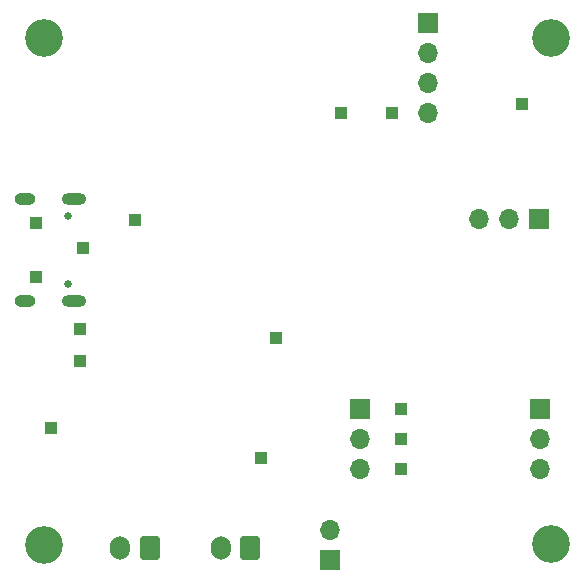
<source format=gbr>
%TF.GenerationSoftware,KiCad,Pcbnew,8.0.1*%
%TF.CreationDate,2024-04-17T00:31:54+12:00*%
%TF.ProjectId,50x50 2 Layer,35307835-3020-4322-904c-617965722e6b,B*%
%TF.SameCoordinates,Original*%
%TF.FileFunction,Soldermask,Bot*%
%TF.FilePolarity,Negative*%
%FSLAX46Y46*%
G04 Gerber Fmt 4.6, Leading zero omitted, Abs format (unit mm)*
G04 Created by KiCad (PCBNEW 8.0.1) date 2024-04-17 00:31:54*
%MOMM*%
%LPD*%
G01*
G04 APERTURE LIST*
G04 Aperture macros list*
%AMRoundRect*
0 Rectangle with rounded corners*
0 $1 Rounding radius*
0 $2 $3 $4 $5 $6 $7 $8 $9 X,Y pos of 4 corners*
0 Add a 4 corners polygon primitive as box body*
4,1,4,$2,$3,$4,$5,$6,$7,$8,$9,$2,$3,0*
0 Add four circle primitives for the rounded corners*
1,1,$1+$1,$2,$3*
1,1,$1+$1,$4,$5*
1,1,$1+$1,$6,$7*
1,1,$1+$1,$8,$9*
0 Add four rect primitives between the rounded corners*
20,1,$1+$1,$2,$3,$4,$5,0*
20,1,$1+$1,$4,$5,$6,$7,0*
20,1,$1+$1,$6,$7,$8,$9,0*
20,1,$1+$1,$8,$9,$2,$3,0*%
G04 Aperture macros list end*
%ADD10C,3.200000*%
%ADD11R,1.700000X1.700000*%
%ADD12O,1.700000X1.700000*%
%ADD13C,0.650000*%
%ADD14O,2.100000X1.000000*%
%ADD15O,1.800000X1.000000*%
%ADD16RoundRect,0.250000X0.600000X0.750000X-0.600000X0.750000X-0.600000X-0.750000X0.600000X-0.750000X0*%
%ADD17O,1.700000X2.000000*%
%ADD18R,1.000000X1.000000*%
G04 APERTURE END LIST*
D10*
%TO.C,H4*%
X81661000Y-40913000D03*
%TD*%
%TO.C,H1*%
X124587000Y-40913000D03*
%TD*%
D11*
%TO.C,J2*%
X105918000Y-85090000D03*
D12*
X105918000Y-82550000D03*
%TD*%
D10*
%TO.C,H3*%
X81661000Y-83839000D03*
%TD*%
D13*
%TO.C,J3*%
X83723000Y-55931000D03*
X83723000Y-61711000D03*
D14*
X84223000Y-54501000D03*
D15*
X80043000Y-54501000D03*
D14*
X84223000Y-63141000D03*
D15*
X80043000Y-63141000D03*
%TD*%
D16*
%TO.C,SW1*%
X90640000Y-84074000D03*
D17*
X88140000Y-84074000D03*
%TD*%
D10*
%TO.C,H2*%
X124587000Y-83693000D03*
%TD*%
D11*
%TO.C,J5*%
X114173000Y-39653000D03*
D12*
X114173000Y-42193000D03*
X114173000Y-44733000D03*
X114173000Y-47273000D03*
%TD*%
D16*
%TO.C,J1*%
X99149000Y-84074000D03*
D17*
X96649000Y-84074000D03*
%TD*%
D11*
%TO.C,U4*%
X108471000Y-72263000D03*
D12*
X108471000Y-74803000D03*
X108471000Y-77343000D03*
X123711000Y-77343000D03*
X123711000Y-74803000D03*
D11*
X123711000Y-72263000D03*
%TD*%
%TO.C,J4*%
X123596400Y-56209800D03*
D12*
X121056400Y-56209800D03*
X118516400Y-56209800D03*
%TD*%
D18*
%TO.C,TP11*%
X111887000Y-74803000D03*
%TD*%
%TO.C,TP4*%
X80975200Y-61087000D03*
%TD*%
%TO.C,TP1*%
X84709000Y-65532000D03*
%TD*%
%TO.C,TP14*%
X111125000Y-47244000D03*
%TD*%
%TO.C,TP6*%
X89408000Y-56261000D03*
%TD*%
%TO.C,TP8*%
X84709000Y-68199000D03*
%TD*%
%TO.C,TP5*%
X100076000Y-76454000D03*
%TD*%
%TO.C,TP3*%
X80975200Y-56515000D03*
%TD*%
%TO.C,TP9*%
X122174000Y-46482000D03*
%TD*%
%TO.C,TP15*%
X111887000Y-77343000D03*
%TD*%
%TO.C,TP13*%
X111887000Y-72263000D03*
%TD*%
%TO.C,TP7*%
X82296000Y-73914000D03*
%TD*%
%TO.C,TP2*%
X84963000Y-58674000D03*
%TD*%
%TO.C,TP12*%
X106807000Y-47244000D03*
%TD*%
%TO.C,TP10*%
X101346000Y-66294000D03*
%TD*%
M02*

</source>
